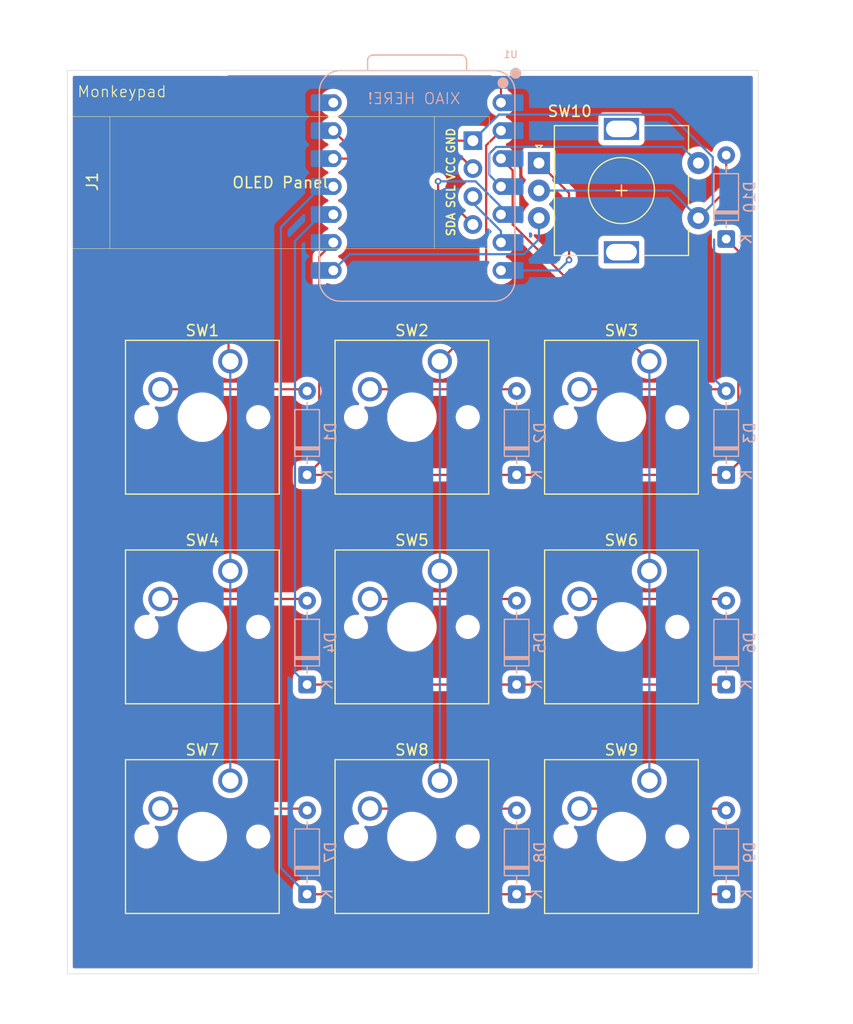
<source format=kicad_pcb>
(kicad_pcb (version 20241229) (generator "pcbnew") (generator_version "9.0")
  (layers (0 "F.Cu" signal) (2 "B.Cu" signal) (13 "F.Paste" user) (15 "B.Paste" user) (5 "F.SilkS" user "F.Silkscreen") (7 "B.SilkS" user "B.Silkscreen") (1 "F.Mask" user) (3 "B.Mask" user) (25 "Edge.Cuts" user))
  (net 0 "")
  (net 1 "Row 0")
  (net 2 "Net-(D1-A)")
  (net 3 "Net-(D2-A)")
  (net 4 "Net-(D3-A)")
  (net 5 "Net-(D4-A)")
  (net 6 "Row 1")
  (net 7 "Net-(D5-A)")
  (net 8 "Net-(D6-A)")
  (net 9 "Net-(D7-A)")
  (net 10 "Row 2")
  (net 11 "Net-(D8-A)")
  (net 12 "Net-(D9-A)")
  (net 13 "EC11SWB")
  (net 14 "GND")
  (net 15 "SDA")
  (net 16 "SCL")
  (net 17 "VCC")
  (net 18 "Col 0")
  (net 19 "Col 1")
  (net 20 "Col 2")
  (net 21 "EC11A")
  (net 22 "EC11B")
  (net 24 "Col 3")
  (footprint "Button_Switch_Keyboard:SW_Cherry_MX_1.00u_PCB" (layer "F.Cu") (at 130.4925 97.31375)
    (property "Reference" "SW8" (at -2.54 -2.794 0) (layer "F.SilkS"))
    (property "Value" "SW_Push")
    (fp_line (start -9.525 -1.905) (end 4.445 -1.905) (stroke (width 0.12)) (layer "F.SilkS"))
    (fp_line (start -9.525 12.065) (end -9.525 -1.905) (stroke (width 0.12)) (layer "F.SilkS"))
    (fp_line (start 4.445 -1.905) (end 4.445 12.065) (stroke (width 0.12)) (layer "F.SilkS"))
    (fp_line (start 4.445 12.065) (end -9.525 12.065) (stroke (width 0.12)) (layer "F.SilkS"))
    (pad "" np_thru_hole circle (at -7.62 5.08) (size 1.7 1.7) (drill 1.7) (layers "*.Cu" "*.Mask"))
    (pad "" np_thru_hole circle (at -2.54 5.08) (size 4 4) (drill 4) (layers "*.Cu" "*.Mask"))
    (pad "" np_thru_hole circle (at 2.54 5.08) (size 1.7 1.7) (drill 1.7) (layers "*.Cu" "*.Mask"))
    (pad "1" thru_hole circle (at 0 0) (size 2.2 2.2) (drill 1.5) (layers "*.Cu" "*.Mask") (net 19 "Col 1"))
    (pad "2" thru_hole circle (at -6.35 2.54) (size 2.2 2.2) (drill 1.5) (layers "*.Cu" "*.Mask") (net 11 "Net-(D8-A)"))
  )
  (footprint "Button_Switch_Keyboard:SW_Cherry_MX_1.00u_PCB" (layer "F.Cu") (at 149.5425 97.31375)
    (property "Reference" "SW9" (at -2.54 -2.794 0) (layer "F.SilkS"))
    (property "Value" "SW_Push")
    (fp_line (start -9.525 -1.905) (end 4.445 -1.905) (stroke (width 0.12)) (layer "F.SilkS"))
    (fp_line (start -9.525 12.065) (end -9.525 -1.905) (stroke (width 0.12)) (layer "F.SilkS"))
    (fp_line (start 4.445 -1.905) (end 4.445 12.065) (stroke (width 0.12)) (layer "F.SilkS"))
    (fp_line (start 4.445 12.065) (end -9.525 12.065) (stroke (width 0.12)) (layer "F.SilkS"))
    (pad "" np_thru_hole circle (at -7.62 5.08) (size 1.7 1.7) (drill 1.7) (layers "*.Cu" "*.Mask"))
    (pad "" np_thru_hole circle (at -2.54 5.08) (size 4 4) (drill 4) (layers "*.Cu" "*.Mask"))
    (pad "" np_thru_hole circle (at 2.54 5.08) (size 1.7 1.7) (drill 1.7) (layers "*.Cu" "*.Mask"))
    (pad "1" thru_hole circle (at 0 0) (size 2.2 2.2) (drill 1.5) (layers "*.Cu" "*.Mask") (net 20 "Col 2"))
    (pad "2" thru_hole circle (at -6.35 2.54) (size 2.2 2.2) (drill 1.5) (layers "*.Cu" "*.Mask") (net 12 "Net-(D9-A)"))
  )
  (footprint "Button_Switch_Keyboard:SW_Cherry_MX_1.00u_PCB" (layer "F.Cu") (at 111.4425 59.21375)
    (property "Reference" "SW1" (at -2.54 -2.794 0) (layer "F.SilkS"))
    (property "Value" "SW_Push")
    (fp_line (start -9.525 -1.905) (end 4.445 -1.905) (stroke (width 0.12)) (layer "F.SilkS"))
    (fp_line (start -9.525 12.065) (end -9.525 -1.905) (stroke (width 0.12)) (layer "F.SilkS"))
    (fp_line (start 4.445 -1.905) (end 4.445 12.065) (stroke (width 0.12)) (layer "F.SilkS"))
    (fp_line (start 4.445 12.065) (end -9.525 12.065) (stroke (width 0.12)) (layer "F.SilkS"))
    (pad "" np_thru_hole circle (at -7.62 5.08) (size 1.7 1.7) (drill 1.7) (layers "*.Cu" "*.Mask"))
    (pad "" np_thru_hole circle (at -2.54 5.08) (size 4 4) (drill 4) (layers "*.Cu" "*.Mask"))
    (pad "" np_thru_hole circle (at 2.54 5.08) (size 1.7 1.7) (drill 1.7) (layers "*.Cu" "*.Mask"))
    (pad "1" thru_hole circle (at 0 0) (size 2.2 2.2) (drill 1.5) (layers "*.Cu" "*.Mask") (net 18 "Col 0"))
    (pad "2" thru_hole circle (at -6.35 2.54) (size 2.2 2.2) (drill 1.5) (layers "*.Cu" "*.Mask") (net 2 "Net-(D1-A)"))
  )
  (footprint "Button_Switch_Keyboard:SW_Cherry_MX_1.00u_PCB" (layer "F.Cu") (at 130.4925 59.21375)
    (property "Reference" "SW2" (at -2.54 -2.794 0) (layer "F.SilkS"))
    (property "Value" "SW_Push")
    (fp_line (start -9.525 -1.905) (end 4.445 -1.905) (stroke (width 0.12)) (layer "F.SilkS"))
    (fp_line (start -9.525 12.065) (end -9.525 -1.905) (stroke (width 0.12)) (layer "F.SilkS"))
    (fp_line (start 4.445 -1.905) (end 4.445 12.065) (stroke (width 0.12)) (layer "F.SilkS"))
    (fp_line (start 4.445 12.065) (end -9.525 12.065) (stroke (width 0.12)) (layer "F.SilkS"))
    (pad "" np_thru_hole circle (at -7.62 5.08) (size 1.7 1.7) (drill 1.7) (layers "*.Cu" "*.Mask"))
    (pad "" np_thru_hole circle (at -2.54 5.08) (size 4 4) (drill 4) (layers "*.Cu" "*.Mask"))
    (pad "" np_thru_hole circle (at 2.54 5.08) (size 1.7 1.7) (drill 1.7) (layers "*.Cu" "*.Mask"))
    (pad "1" thru_hole circle (at 0 0) (size 2.2 2.2) (drill 1.5) (layers "*.Cu" "*.Mask") (net 19 "Col 1"))
    (pad "2" thru_hole circle (at -6.35 2.54) (size 2.2 2.2) (drill 1.5) (layers "*.Cu" "*.Mask") (net 3 "Net-(D2-A)"))
  )
  (footprint "Button_Switch_Keyboard:SW_Cherry_MX_1.00u_PCB" (layer "F.Cu") (at 111.4425 97.31375)
    (property "Reference" "SW7" (at -2.54 -2.794 0) (layer "F.SilkS"))
    (property "Value" "SW_Push")
    (fp_line (start -9.525 -1.905) (end 4.445 -1.905) (stroke (width 0.12)) (layer "F.SilkS"))
    (fp_line (start -9.525 12.065) (end -9.525 -1.905) (stroke (width 0.12)) (layer "F.SilkS"))
    (fp_line (start 4.445 -1.905) (end 4.445 12.065) (stroke (width 0.12)) (layer "F.SilkS"))
    (fp_line (start 4.445 12.065) (end -9.525 12.065) (stroke (width 0.12)) (layer "F.SilkS"))
    (pad "" np_thru_hole circle (at -7.62 5.08) (size 1.7 1.7) (drill 1.7) (layers "*.Cu" "*.Mask"))
    (pad "" np_thru_hole circle (at -2.54 5.08) (size 4 4) (drill 4) (layers "*.Cu" "*.Mask"))
    (pad "" np_thru_hole circle (at 2.54 5.08) (size 1.7 1.7) (drill 1.7) (layers "*.Cu" "*.Mask"))
    (pad "1" thru_hole circle (at 0 0) (size 2.2 2.2) (drill 1.5) (layers "*.Cu" "*.Mask") (net 18 "Col 0"))
    (pad "2" thru_hole circle (at -6.35 2.54) (size 2.2 2.2) (drill 1.5) (layers "*.Cu" "*.Mask") (net 9 "Net-(D7-A)"))
  )
  (footprint "Button_Switch_Keyboard:SW_Cherry_MX_1.00u_PCB" (layer "F.Cu") (at 149.5425 59.21375)
    (property "Reference" "SW3" (at -2.54 -2.794 0) (layer "F.SilkS"))
    (property "Value" "SW_Push")
    (fp_line (start -9.525 -1.905) (end 4.445 -1.905) (stroke (width 0.12)) (layer "F.SilkS"))
    (fp_line (start -9.525 12.065) (end -9.525 -1.905) (stroke (width 0.12)) (layer "F.SilkS"))
    (fp_line (start 4.445 -1.905) (end 4.445 12.065) (stroke (width 0.12)) (layer "F.SilkS"))
    (fp_line (start 4.445 12.065) (end -9.525 12.065) (stroke (width 0.12)) (layer "F.SilkS"))
    (pad "" np_thru_hole circle (at -7.62 5.08) (size 1.7 1.7) (drill 1.7) (layers "*.Cu" "*.Mask"))
    (pad "" np_thru_hole circle (at -2.54 5.08) (size 4 4) (drill 4) (layers "*.Cu" "*.Mask"))
    (pad "" np_thru_hole circle (at 2.54 5.08) (size 1.7 1.7) (drill 1.7) (layers "*.Cu" "*.Mask"))
    (pad "1" thru_hole circle (at 0 0) (size 2.2 2.2) (drill 1.5) (layers "*.Cu" "*.Mask") (net 20 "Col 2"))
    (pad "2" thru_hole circle (at -6.35 2.54) (size 2.2 2.2) (drill 1.5) (layers "*.Cu" "*.Mask") (net 4 "Net-(D3-A)"))
  )
  (footprint "Gorbachev:SSD1306-0.91-OLED-4pin-128x32" (layer "F.Cu") (at 96.99625 36.9775)
    (property "Reference" "J1" (at 1.9 5.91 90) (layer "F.SilkS"))
    (property "Value" "Conn_01x04")
    (fp_line (start 0 0) (end 0 12) (stroke (width 0.04)) (layer "F.SilkS"))
    (fp_line (start 0 12) (end 38 12) (stroke (width 0.04)) (layer "F.SilkS"))
    (fp_line (start 3.5 0) (end 3.5 12) (stroke (width 0.04)) (layer "F.SilkS"))
    (fp_line (start 33 0) (end 33 12) (stroke (width 0.04)) (layer "F.SilkS"))
    (fp_line (start 38 0) (end 0 0) (stroke (width 0.04)) (layer "F.SilkS"))
    (fp_line (start 38 12) (end 38 0) (stroke (width 0.04)) (layer "F.SilkS"))
    (fp_text user "VCC" (at 34.5 4.73 270) (layer "F.SilkS") (effects (font (size 0.75 0.75))))
    (fp_text user "OLED Panel" (at 19 6 0) (layer "F.SilkS"))
    (fp_text user "SDA" (at 34.5 9.81 270) (layer "F.SilkS") (effects (font (size 0.75 0.75))))
    (fp_text user "GND" (at 34.5 2.19 270) (layer "F.SilkS") (effects (font (size 0.75 0.75))))
    (fp_text user "SCL" (at 34.5 7.27 270) (layer "F.SilkS") (effects (font (size 0.75 0.75))))
    (pad "1" thru_hole rect (at 36.5 2.19) (size 1.7 1.7) (drill 1) (layers "*.Cu" "*.Mask") (net 14 "GND"))
    (pad "2" thru_hole oval (at 36.5 4.73) (size 1.7 1.7) (drill 1) (layers "*.Cu" "*.Mask") (net 17 "VCC"))
    (pad "3" thru_hole oval (at 36.5 7.27) (size 1.7 1.7) (drill 1) (layers "*.Cu" "*.Mask") (net 16 "SCL"))
    (pad "4" thru_hole oval (at 36.5 9.81) (size 1.7 1.7) (drill 1) (layers "*.Cu" "*.Mask") (net 15 "SDA"))
  )
  (footprint "Button_Switch_Keyboard:SW_Cherry_MX_1.00u_PCB" (layer "F.Cu") (at 130.4925 78.26375)
    (property "Reference" "SW5" (at -2.54 -2.794 0) (layer "F.SilkS"))
    (property "Value" "SW_Push")
    (fp_line (start -9.525 -1.905) (end 4.445 -1.905) (stroke (width 0.12)) (layer "F.SilkS"))
    (fp_line (start -9.525 12.065) (end -9.525 -1.905) (stroke (width 0.12)) (layer "F.SilkS"))
    (fp_line (start 4.445 -1.905) (end 4.445 12.065) (stroke (width 0.12)) (layer "F.SilkS"))
    (fp_line (start 4.445 12.065) (end -9.525 12.065) (stroke (width 0.12)) (layer "F.SilkS"))
    (pad "" np_thru_hole circle (at -7.62 5.08) (size 1.7 1.7) (drill 1.7) (layers "*.Cu" "*.Mask"))
    (pad "" np_thru_hole circle (at -2.54 5.08) (size 4 4) (drill 4) (layers "*.Cu" "*.Mask"))
    (pad "" np_thru_hole circle (at 2.54 5.08) (size 1.7 1.7) (drill 1.7) (layers "*.Cu" "*.Mask"))
    (pad "1" thru_hole circle (at 0 0) (size 2.2 2.2) (drill 1.5) (layers "*.Cu" "*.Mask") (net 19 "Col 1"))
    (pad "2" thru_hole circle (at -6.35 2.54) (size 2.2 2.2) (drill 1.5) (layers "*.Cu" "*.Mask") (net 7 "Net-(D5-A)"))
  )
  (footprint "Button_Switch_Keyboard:SW_Cherry_MX_1.00u_PCB" (layer "F.Cu") (at 111.4425 78.26375)
    (property "Reference" "SW4" (at -2.54 -2.794 0) (layer "F.SilkS"))
    (property "Value" "SW_Push")
    (fp_line (start -9.525 -1.905) (end 4.445 -1.905) (stroke (width 0.12)) (layer "F.SilkS"))
    (fp_line (start -9.525 12.065) (end -9.525 -1.905) (stroke (width 0.12)) (layer "F.SilkS"))
    (fp_line (start 4.445 -1.905) (end 4.445 12.065) (stroke (width 0.12)) (layer "F.SilkS"))
    (fp_line (start 4.445 12.065) (end -9.525 12.065) (stroke (width 0.12)) (layer "F.SilkS"))
    (pad "" np_thru_hole circle (at -7.62 5.08) (size 1.7 1.7) (drill 1.7) (layers "*.Cu" "*.Mask"))
    (pad "" np_thru_hole circle (at -2.54 5.08) (size 4 4) (drill 4) (layers "*.Cu" "*.Mask"))
    (pad "" np_thru_hole circle (at 2.54 5.08) (size 1.7 1.7) (drill 1.7) (layers "*.Cu" "*.Mask"))
    (pad "1" thru_hole circle (at 0 0) (size 2.2 2.2) (drill 1.5) (layers "*.Cu" "*.Mask") (net 18 "Col 0"))
    (pad "2" thru_hole circle (at -6.35 2.54) (size 2.2 2.2) (drill 1.5) (layers "*.Cu" "*.Mask") (net 5 "Net-(D4-A)"))
  )
  (footprint "Button_Switch_Keyboard:SW_Cherry_MX_1.00u_PCB" (layer "F.Cu") (at 149.5425 78.26375)
    (property "Reference" "SW6" (at -2.54 -2.794 0) (layer "F.SilkS"))
    (property "Value" "SW_Push")
    (fp_line (start -9.525 -1.905) (end 4.445 -1.905) (stroke (width 0.12)) (layer "F.SilkS"))
    (fp_line (start -9.525 12.065) (end -9.525 -1.905) (stroke (width 0.12)) (layer "F.SilkS"))
    (fp_line (start 4.445 -1.905) (end 4.445 12.065) (stroke (width 0.12)) (layer "F.SilkS"))
    (fp_line (start 4.445 12.065) (end -9.525 12.065) (stroke (width 0.12)) (layer "F.SilkS"))
    (pad "" np_thru_hole circle (at -7.62 5.08) (size 1.7 1.7) (drill 1.7) (layers "*.Cu" "*.Mask"))
    (pad "" np_thru_hole circle (at -2.54 5.08) (size 4 4) (drill 4) (layers "*.Cu" "*.Mask"))
    (pad "" np_thru_hole circle (at 2.54 5.08) (size 1.7 1.7) (drill 1.7) (layers "*.Cu" "*.Mask"))
    (pad "1" thru_hole circle (at 0 0) (size 2.2 2.2) (drill 1.5) (layers "*.Cu" "*.Mask") (net 20 "Col 2"))
    (pad "2" thru_hole circle (at -6.35 2.54) (size 2.2 2.2) (drill 1.5) (layers "*.Cu" "*.Mask") (net 8 "Net-(D6-A)"))
  )
  (footprint "Rotary_Encoder:RotaryEncoder_Alps_EC11E-Switch_Vertical_H20mm" (layer "F.Cu") (at 139.5025 41.2)
    (property "Reference" "SW10" (at 2.8 -4.7 0) (layer "F.SilkS"))
    (property "Value" "RotaryEncoder_Switch")
    (fp_line (start -0.3 -1.6) (end 0.3 -1.6) (stroke (width 0.12)) (layer "F.SilkS"))
    (fp_line (start 0 -1.3) (end -0.3 -1.6) (stroke (width 0.12)) (layer "F.SilkS"))
    (fp_line (start 0.3 -1.6) (end 0 -1.3) (stroke (width 0.12)) (layer "F.SilkS"))
    (fp_line (start 1.4 -3.4) (end 1.4 8.4) (stroke (width 0.12)) (layer "F.SilkS"))
    (fp_line (start 5.5 -3.4) (end 1.4 -3.4) (stroke (width 0.12)) (layer "F.SilkS"))
    (fp_line (start 5.5 8.4) (end 1.4 8.4) (stroke (width 0.12)) (layer "F.SilkS"))
    (fp_line (start 7 2.5) (end 8 2.5) (stroke (width 0.12)) (layer "F.SilkS"))
    (fp_line (start 7.5 2) (end 7.5 3) (stroke (width 0.12)) (layer "F.SilkS"))
    (fp_line (start 9.5 -3.4) (end 13.6 -3.4) (stroke (width 0.12)) (layer "F.SilkS"))
    (fp_line (start 13.6 -3.4) (end 13.6 -1) (stroke (width 0.12)) (layer "F.SilkS"))
    (fp_line (start 13.6 1.2) (end 13.6 3.8) (stroke (width 0.12)) (layer "F.SilkS"))
    (fp_line (start 13.6 6) (end 13.6 8.4) (stroke (width 0.12)) (layer "F.SilkS"))
    (fp_line (start 13.6 8.4) (end 9.5 8.4) (stroke (width 0.12)) (layer "F.SilkS"))
    (fp_circle (center 7.5 2.5) (end 10.5 2.5) (stroke (width 0.12)) (fill no) (layer "F.SilkS"))
    (pad "A" thru_hole rect (at 0 0) (size 2 2) (drill 1) (layers "*.Cu" "*.Mask") (net 21 "EC11A"))
    (pad "B" thru_hole circle (at 0 5) (size 2 2) (drill 1) (layers "*.Cu" "*.Mask") (net 22 "EC11B"))
    (pad "C" thru_hole circle (at 0 2.5) (size 2 2) (drill 1) (layers "*.Cu" "*.Mask") (net 14 "GND"))
    (pad "MP" thru_hole rect (at 7.5 -3.1) (size 3.2 2) (drill oval 2.8 1.5) (layers "*.Cu" "*.Mask"))
    (pad "MP" thru_hole rect (at 7.5 8.1) (size 3.2 2) (drill oval 2.8 1.5) (layers "*.Cu" "*.Mask"))
    (pad "S1" thru_hole circle (at 14.5 5) (size 2 2) (drill 1) (layers "*.Cu" "*.Mask") (net 13 "EC11SWB"))
    (pad "S2" thru_hole circle (at 14.5 0) (size 2 2) (drill 1) (layers "*.Cu" "*.Mask") (net 24 "Col 3"))
  )
  (footprint "Diode_THT:D_DO-35_SOD27_P7.62mm_Horizontal" (layer "B.Cu") (at 137.4775 107.6325 90)
    (property "Reference" "D8" (at 3.81 2.12 90) (layer "B.SilkS") (effects (justify mirror)))
    (property "Value" "1N4148")
    (fp_line (start 6.58 0) (end 5.93 0) (stroke (width 0.12)) (layer "B.SilkS"))
    (fp_line (start 1.04 0) (end 1.69 0) (stroke (width 0.12)) (layer "B.SilkS"))
    (fp_line (start 2.53 1.12) (end 2.53 -1.12) (stroke (width 0.12)) (layer "B.SilkS"))
    (fp_line (start 2.41 1.12) (end 2.41 -1.12) (stroke (width 0.12)) (layer "B.SilkS"))
    (fp_line (start 2.29 1.12) (end 2.29 -1.12) (stroke (width 0.12)) (layer "B.SilkS"))
    (fp_rect (start 1.69 1.12) (end 5.93 -1.12) (stroke (width 0.12)) (fill no) (layer "B.SilkS"))
    (fp_text user "K" (at 0 1.8 90) (layer "B.SilkS") (effects (justify mirror)))
    (pad "1" thru_hole roundrect (at 0 0 90) (size 1.6 1.6) (drill 0.8) (layers "*.Cu" "*.Mask") (roundrect_rratio 0.15625) (net 10 "Row 2"))
    (pad "2" thru_hole circle (at 7.62 0 90) (size 1.6 1.6) (drill 0.8) (layers "*.Cu" "*.Mask") (net 11 "Net-(D8-A)"))
  )
  (footprint "Diode_THT:D_DO-35_SOD27_P7.62mm_Horizontal" (layer "B.Cu") (at 118.4275 88.5825 90)
    (property "Reference" "D4" (at 3.81 2.12 90) (layer "B.SilkS") (effects (justify mirror)))
    (property "Value" "1N4148")
    (fp_line (start 6.58 0) (end 5.93 0) (stroke (width 0.12)) (layer "B.SilkS"))
    (fp_line (start 1.04 0) (end 1.69 0) (stroke (width 0.12)) (layer "B.SilkS"))
    (fp_line (start 2.53 1.12) (end 2.53 -1.12) (stroke (width 0.12)) (layer "B.SilkS"))
    (fp_line (start 2.41 1.12) (end 2.41 -1.12) (stroke (width 0.12)) (layer "B.SilkS"))
    (fp_line (start 2.29 1.12) (end 2.29 -1.12) (stroke (width 0.12)) (layer "B.SilkS"))
    (fp_rect (start 1.69 1.12) (end 5.93 -1.12) (stroke (width 0.12)) (fill no) (layer "B.SilkS"))
    (fp_text user "K" (at 0 1.8 90) (layer "B.SilkS") (effects (justify mirror)))
    (pad "1" thru_hole roundrect (at 0 0 90) (size 1.6 1.6) (drill 0.8) (layers "*.Cu" "*.Mask") (roundrect_rratio 0.15625) (net 6 "Row 1"))
    (pad "2" thru_hole circle (at 7.62 0 90) (size 1.6 1.6) (drill 0.8) (layers "*.Cu" "*.Mask") (net 5 "Net-(D4-A)"))
  )
  (footprint "Diode_THT:D_DO-35_SOD27_P7.62mm_Horizontal" (layer "B.Cu") (at 137.4775 69.5325 90)
    (property "Reference" "D2" (at 3.81 2.12 90) (layer "B.SilkS") (effects (justify mirror)))
    (property "Value" "1N4148")
    (fp_line (start 6.58 0) (end 5.93 0) (stroke (width 0.12)) (layer "B.SilkS"))
    (fp_line (start 1.04 0) (end 1.69 0) (stroke (width 0.12)) (layer "B.SilkS"))
    (fp_line (start 2.53 1.12) (end 2.53 -1.12) (stroke (width 0.12)) (layer "B.SilkS"))
    (fp_line (start 2.41 1.12) (end 2.41 -1.12) (stroke (width 0.12)) (layer "B.SilkS"))
    (fp_line (start 2.29 1.12) (end 2.29 -1.12) (stroke (width 0.12)) (layer "B.SilkS"))
    (fp_rect (start 1.69 1.12) (end 5.93 -1.12) (stroke (width 0.12)) (fill no) (layer "B.SilkS"))
    (fp_text user "K" (at 0 1.8 90) (layer "B.SilkS") (effects (justify mirror)))
    (pad "1" thru_hole roundrect (at 0 0 90) (size 1.6 1.6) (drill 0.8) (layers "*.Cu" "*.Mask") (roundrect_rratio 0.15625) (net 1 "Row 0"))
    (pad "2" thru_hole circle (at 7.62 0 90) (size 1.6 1.6) (drill 0.8) (layers "*.Cu" "*.Mask") (net 3 "Net-(D2-A)"))
  )
  (footprint "Diode_THT:D_DO-35_SOD27_P7.62mm_Horizontal" (layer "B.Cu") (at 156.5275 48.10125 90)
    (property "Reference" "D10" (at 3.81 2.12 90) (layer "B.SilkS") (effects (justify mirror)))
    (property "Value" "1N4148")
    (fp_line (start 6.58 0) (end 5.93 0) (stroke (width 0.12)) (layer "B.SilkS"))
    (fp_line (start 1.04 0) (end 1.69 0) (stroke (width 0.12)) (layer "B.SilkS"))
    (fp_line (start 2.53 1.12) (end 2.53 -1.12) (stroke (width 0.12)) (layer "B.SilkS"))
    (fp_line (start 2.41 1.12) (end 2.41 -1.12) (stroke (width 0.12)) (layer "B.SilkS"))
    (fp_line (start 2.29 1.12) (end 2.29 -1.12) (stroke (width 0.12)) (layer "B.SilkS"))
    (fp_rect (start 1.69 1.12) (end 5.93 -1.12) (stroke (width 0.12)) (fill no) (layer "B.SilkS"))
    (fp_text user "K" (at 0 1.8 90) (layer "B.SilkS") (effects (justify mirror)))
    (pad "1" thru_hole roundrect (at 0 0 90) (size 1.6 1.6) (drill 0.8) (layers "*.Cu" "*.Mask") (roundrect_rratio 0.15625) (net 1 "Row 0"))
    (pad "2" thru_hole circle (at 7.62 0 90) (size 1.6 1.6) (drill 0.8) (layers "*.Cu" "*.Mask") (net 13 "EC11SWB"))
  )
  (footprint "Diode_THT:D_DO-35_SOD27_P7.62mm_Horizontal" (layer "B.Cu") (at 137.4775 88.5825 90)
    (property "Reference" "D5" (at 3.81 2.12 90) (layer "B.SilkS") (effects (justify mirror)))
    (property "Value" "1N4148")
    (fp_line (start 6.58 0) (end 5.93 0) (stroke (width 0.12)) (layer "B.SilkS"))
    (fp_line (start 1.04 0) (end 1.69 0) (stroke (width 0.12)) (layer "B.SilkS"))
    (fp_line (start 2.53 1.12) (end 2.53 -1.12) (stroke (width 0.12)) (layer "B.SilkS"))
    (fp_line (start 2.41 1.12) (end 2.41 -1.12) (stroke (width 0.12)) (layer "B.SilkS"))
    (fp_line (start 2.29 1.12) (end 2.29 -1.12) (stroke (width 0.12)) (layer "B.SilkS"))
    (fp_rect (start 1.69 1.12) (end 5.93 -1.12) (stroke (width 0.12)) (fill no) (layer "B.SilkS"))
    (fp_text user "K" (at 0 1.8 90) (layer "B.SilkS") (effects (justify mirror)))
    (pad "1" thru_hole roundrect (at 0 0 90) (size 1.6 1.6) (drill 0.8) (layers "*.Cu" "*.Mask") (roundrect_rratio 0.15625) (net 6 "Row 1"))
    (pad "2" thru_hole circle (at 7.62 0 90) (size 1.6 1.6) (drill 0.8) (layers "*.Cu" "*.Mask") (net 7 "Net-(D5-A)"))
  )
  (footprint "Diode_THT:D_DO-35_SOD27_P7.62mm_Horizontal" (layer "B.Cu") (at 118.4275 69.5325 90)
    (property "Reference" "D1" (at 3.81 2.12 90) (layer "B.SilkS") (effects (justify mirror)))
    (property "Value" "1N4148")
    (fp_line (start 6.58 0) (end 5.93 0) (stroke (width 0.12)) (layer "B.SilkS"))
    (fp_line (start 1.04 0) (end 1.69 0) (stroke (width 0.12)) (layer "B.SilkS"))
    (fp_line (start 2.53 1.12) (end 2.53 -1.12) (stroke (width 0.12)) (layer "B.SilkS"))
    (fp_line (start 2.41 1.12) (end 2.41 -1.12) (stroke (width 0.12)) (layer "B.SilkS"))
    (fp_line (start 2.29 1.12) (end 2.29 -1.12) (stroke (width 0.12)) (layer "B.SilkS"))
    (fp_rect (start 1.69 1.12) (end 5.93 -1.12) (stroke (width 0.12)) (fill no) (layer "B.SilkS"))
    (fp_text user "K" (at 0 1.8 90) (layer "B.SilkS") (effects (justify mirror)))
    (pad "1" thru_hole roundrect (at 0 0 90) (size 1.6 1.6) (drill 0.8) (layers "*.Cu" "*.Mask") (roundrect_rratio 0.15625) (net 1 "Row 0"))
    (pad "2" thru_hole circle (at 7.62 0 90) (size 1.6 1.6) (drill 0.8) (layers "*.Cu" "*.Mask") (net 2 "Net-(D1-A)"))
  )
  (footprint "OPL:XIAO-RP2040-DIP" (layer "B.Cu") (at 128.42875 43.33875 180)
    (property "Reference" "U1" (at -8.5 12 0) (layer "B.SilkS") (effects (font (size 0.635 0.635) (thickness 0.1016)) (justify mirror)))
    (property "Value" "XIAO-RP2040-DIP")
    (fp_line (start 8.89 -8.509) (end 8.89 8.636) (stroke (width 0.127)) (layer "B.SilkS"))
    (fp_line (start 6.985 10.541) (end -6.985 10.541) (stroke (width 0.1)) (layer "B.SilkS"))
    (fp_line (start 6.985 10.541) (end -6.985 10.541) (stroke (width 0.127)) (layer "B.SilkS"))
    (fp_line (start 4.504 11.451) (end 4.504 10.541) (stroke (width 0.127)) (layer "B.SilkS"))
    (fp_line (start -3.991272 11.951) (end 4.004 11.951) (stroke (width 0.127)) (layer "B.SilkS"))
    (fp_line (start -4.495 10.541) (end -4.491272 11.451272) (stroke (width 0.127)) (layer "B.SilkS"))
    (fp_line (start -6.985 -10.414) (end 6.985 -10.414) (stroke (width 0.127)) (layer "B.SilkS"))
    (fp_line (start -8.89 -8.509) (end -8.89 8.636) (stroke (width 0.127)) (layer "B.SilkS"))
    (fp_arc (start 8.89 8.636) (mid 8.332038 9.983038) (end 6.985 10.541) (stroke (width 0.127)) (layer "B.SilkS"))
    (fp_arc (start 6.985 -10.414) (mid 8.332038 -9.856038) (end 8.89 -8.509) (stroke (width 0.127)) (layer "B.SilkS"))
    (fp_arc (start 4.504 11.451) (mid 4.357553 11.804553) (end 4.004 11.951) (stroke (width 0.127)) (layer "B.SilkS"))
    (fp_arc (start -3.991272 11.951) (mid -4.344724 11.804644) (end -4.491272 11.451272) (stroke (width 0.127)) (layer "B.SilkS"))
    (fp_arc (start -6.985 10.541) (mid -8.332038 9.983038) (end -8.89 8.636) (stroke (width 0.127)) (layer "B.SilkS"))
    (fp_arc (start -8.89 -8.509) (mid -8.332038 -9.856038) (end -6.985 -10.414) (stroke (width 0.127)) (layer "B.SilkS"))
    (fp_circle (center -7.807 9.42) (end -7.807 9.674) (stroke (width 0.5)) (fill yes) (layer "B.SilkS"))
    (fp_circle (center -8.95 10.3) (end -8.95 10.554) (stroke (width 0.5)) (fill yes) (layer "B.SilkS"))
    (pad "1" smd roundrect (at -8.455 7.62) (size 2.432 1.524) (layers "B.Cu" "B.Mask") (roundrect_rratio 0.1) (net 18 "Col 0"))
    (pad "1" thru_hole circle (at -7.62 7.62) (size 1.524 1.524) (drill 0.889) (layers "*.Cu" "*.Mask") (net 18 "Col 0"))
    (pad "2" smd roundrect (at -8.455 5.08) (size 2.432 1.524) (layers "B.Cu" "B.Mask") (roundrect_rratio 0.1) (net 19 "Col 1"))
    (pad "2" thru_hole circle (at -7.62 5.08) (size 1.524 1.524) (drill 0.889) (layers "*.Cu" "*.Mask") (net 19 "Col 1"))
    (pad "3" smd roundrect (at -8.455 2.54) (size 2.432 1.524) (layers "B.Cu" "B.Mask") (roundrect_rratio 0.1) (net 20 "Col 2"))
    (pad "3" thru_hole circle (at -7.62 2.54) (size 1.524 1.524) (drill 0.889) (layers "*.Cu" "*.Mask") (net 20 "Col 2"))
    (pad "4" smd roundrect (at -8.455 0) (size 2.432 1.524) (layers "B.Cu" "B.Mask") (roundrect_rratio 0.1) (net 24 "Col 3"))
    (pad "4" thru_hole circle (at -7.62 0) (size 1.524 1.524) (drill 0.889) (layers "*.Cu" "*.Mask") (net 24 "Col 3"))
    (pad "5" smd roundrect (at -8.455 -2.54) (size 2.432 1.524) (layers "B.Cu" "B.Mask") (roundrect_rratio 0.1) (net 15 "SDA"))
    (pad "5" thru_hole circle (at -7.62 -2.54) (size 1.524 1.524) (drill 0.889) (layers "*.Cu" "*.Mask") (net 15 "SDA"))
    (pad "6" smd roundrect (at -8.455 -5.08) (size 2.432 1.524) (layers "B.Cu" "B.Mask") (roundrect_rratio 0.1) (net 16 "SCL"))
    (pad "6" thru_hole circle (at -7.62 -5.08) (size 1.524 1.524) (drill 0.889) (layers "*.Cu" "*.Mask") (net 16 "SCL"))
    (pad "7" smd roundrect (at -8.455 -7.62) (size 2.432 1.524) (layers "B.Cu" "B.Mask") (roundrect_rratio 0.1) (net 21 "EC11A"))
    (pad "7" thru_hole circle (at -7.62 -7.62) (size 1.524 1.524) (drill 0.889) (layers "*.Cu" "*.Mask") (net 21 "EC11A"))
    (pad "8" thru_hole circle (at 7.62 -7.62 180) (size 1.524 1.524) (drill 0.889) (layers "*.Cu" "*.Mask") (net 22 "EC11B"))
    (pad "8" smd roundrect (at 8.455 -7.62 180) (size 2.432 1.524) (layers "B.Cu" "B.Mask") (roundrect_rratio 0.1) (net 22 "EC11B"))
    (pad "9" thru_hole circle (at 7.62 -5.08 180) (size 1.524 1.524) (drill 0.889) (layers "*.Cu" "*.Mask") (net 1 "Row 0"))
    (pad "9" smd roundrect (at 8.455 -5.08 180) (size 2.432 1.524) (layers "B.Cu" "B.Mask") (roundrect_rratio 0.1) (net 1 "Row 0"))
    (pad "10" thru_hole circle (at 7.62 -2.54 180) (size 1.524 1.524) (drill 0.889) (layers "*.Cu" "*.Mask") (net 6 "Row 1"))
    (pad "10" smd roundrect (at 8.455 -2.54 180) (size 2.432 1.524) (layers "B.Cu" "B.Mask") (roundrect_rratio 0.1) (net 6 "Row 1"))
    (pad "11" thru_hole circle (at 7.62 0 180) (size 1.524 1.524) (drill 0.889) (layers "*.Cu" "*.Mask") (net 10 "Row 2"))
    (pad "11" smd roundrect (at 8.455 0 180) (size 2.432 1.524) (layers "B.Cu" "B.Mask") (roundrect_rratio 0.1) (net 10 "Row 2"))
    (pad "12" thru_hole circle (at 7.62 2.54 180) (size 1.524 1.524) (drill 0.889) (layers "*.Cu" "*.Mask") (net 17 "VCC"))
    (pad "12" smd roundrect (at 8.455 2.54 180) (size 2.432 1.524) (layers "B.Cu" "B.Mask") (roundrect_rratio 0.1) (net 17 "VCC"))
    (pad "13" thru_hole circle (at 7.62 5.08 180) (size 1.524 1.524) (drill 0.889) (layers "*.Cu" "*.Mask") (net 14 "GND"))
    (pad "13" smd roundrect (at 8.455 5.08 180) (size 2.432 1.524) (layers "B.Cu" "B.Mask") (roundrect_rratio 0.1) (net 14 "GND"))
    (pad "14" thru_hole circle (at 7.62 7.62 180) (size 1.524 1.524) (drill 0.889) (layers "*.Cu" "*.Mask"))
    (pad "14" smd roundrect (at 8.455 7.62 180) (size 2.432 1.524) (layers "B.Cu" "B.Mask") (roundrect_rratio 0.1))
  )
  (footprint "Diode_THT:D_DO-35_SOD27_P7.62mm_Horizontal" (layer "B.Cu") (at 156.5275 107.6325 90)
    (property "Reference" "D9" (at 3.81 2.12 90) (layer "B.SilkS") (effects (justify mirror)))
    (property "Value" "1N4148")
    (fp_line (start 6.58 0) (end 5.93 0) (stroke (width 0.12)) (layer "B.SilkS"))
    (fp_line (start 1.04 0) (end 1.69 0) (stroke (width 0.12)) (layer "B.SilkS"))
    (fp_line (start 2.53 1.12) (end 2.53 -1.12) (stroke (width 0.12)) (layer "B.SilkS"))
    (fp_line (start 2.41 1.12) (end 2.41 -1.12) (stroke (width 0.12)) (layer "B.SilkS"))
    (fp_line (start 2.29 1.12) (end 2.29 -1.12) (stroke (width 0.12)) (layer "B.SilkS"))
    (fp_rect (start 1.69 1.12) (end 5.93 -1.12) (stroke (width 0.12)) (fill no) (layer "B.SilkS"))
    (fp_text user "K" (at 0 1.8 90) (layer "B.SilkS") (effects (justify mirror)))
    (pad "1" thru_hole roundrect (at 0 0 90) (size 1.6 1.6) (drill 0.8) (layers "*.Cu" "*.Mask") (roundrect_rratio 0.15625) (net 10 "Row 2"))
    (pad "2" thru_hole circle (at 7.62 0 90) (size 1.6 1.6) (drill 0.8) (layers "*.Cu" "*.Mask") (net 12 "Net-(D9-A)"))
  )
  (footprint "Diode_THT:D_DO-35_SOD27_P7.62mm_Horizontal" (layer "B.Cu") (at 156.5275 69.5325 90)
    (property "Reference" "D3" (at 3.81 2.12 90) (layer "B.SilkS") (effects (justify mirror)))
    (property "Value" "1N4148")
    (fp_line (start 6.58 0) (end 5.93 0) (stroke (width 0.12)) (layer "B.SilkS"))
    (fp_line (start 1.04 0) (end 1.69 0) (stroke (width 0.12)) (layer "B.SilkS"))
    (fp_line (start 2.53 1.12) (end 2.53 -1.12) (stroke (width 0.12)) (layer "B.SilkS"))
    (fp_line (start 2.41 1.12) (end 2.41 -1.12) (stroke (width 0.12)) (layer "B.SilkS"))
    (fp_line (start 2.29 1.12) (end 2.29 -1.12) (stroke (width 0.12)) (layer "B.SilkS"))
    (fp_rect (start 1.69 1.12) (end 5.93 -1.12) (stroke (width 0.12)) (fill no) (layer "B.SilkS"))
    (fp_text user "K" (at 0 1.8 90) (layer "B.SilkS") (effects (justify mirror)))
    (pad "1" thru_hole roundrect (at 0 0 90) (size 1.6 1.6) (drill 0.8) (layers "*.Cu" "*.Mask") (roundrect_rratio 0.15625) (net 1 "Row 0"))
    (pad "2" thru_hole circle (at 7.62 0 90) (size 1.6 1.6) (drill 0.8) (layers "*.Cu" "*.Mask") (net 4 "Net-(D3-A)"))
  )
  (footprint "Diode_THT:D_DO-35_SOD27_P7.62mm_Horizontal" (layer "B.Cu") (at 118.4275 107.6325 90)
    (property "Reference" "D7" (at 3.81 2.12 90) (layer "B.SilkS") (effects (justify mirror)))
    (property "Value" "1N4148")
    (fp_line (start 6.58 0) (end 5.93 0) (stroke (width 0.12)) (layer "B.SilkS"))
    (fp_line (start 1.04 0) (end 1.69 0) (stroke (width 0.12)) (layer "B.SilkS"))
    (fp_line (start 2.53 1.12) (end 2.53 -1.12) (stroke (width 0.12)) (layer "B.SilkS"))
    (fp_line (start 2.41 1.12) (end 2.41 -1.12) (stroke (width 0.12)) (layer "B.SilkS"))
    (fp_line (start 2.29 1.12) (end 2.29 -1.12) (stroke (width 0.12)) (layer "B.SilkS"))
    (fp_rect (start 1.69 1.12) (end 5.93 -1.12) (stroke (width 0.12)) (fill no) (layer "B.SilkS"))
    (fp_text user "K" (at 0 1.8 90) (layer "B.SilkS") (effects (justify mirror)))
    (pad "1" thru_hole roundrect (at 0 0 90) (size 1.6 1.6) (drill 0.8) (layers "*.Cu" "*.Mask") (roundrect_rratio 0.15625) (net 10 "Row 2"))
    (pad "2" thru_hole circle (at 7.62 0 90) (size 1.6 1.6) (drill 0.8) (layers "*.Cu" "*.Mask") (net 9 "Net-(D7-A)"))
  )
  (footprint "Diode_THT:D_DO-35_SOD27_P7.62mm_Horizontal" (layer "B.Cu") (at 156.5275 88.5825 90)
    (property "Reference" "D6" (at 3.81 2.12 90) (layer "B.SilkS") (effects (justify mirror)))
    (property "Value" "1N4148")
    (fp_line (start 6.58 0) (end 5.93 0) (stroke (width 0.12)) (layer "B.SilkS"))
    (fp_line (start 1.04 0) (end 1.69 0) (stroke (width 0.12)) (layer "B.SilkS"))
    (fp_line (start 2.53 1.12) (end 2.53 -1.12) (stroke (width 0.12)) (layer "B.SilkS"))
    (fp_line (start 2.41 1.12) (end 2.41 -1.12) (stroke (width 0.12)) (layer "B.SilkS"))
    (fp_line (start 2.29 1.12) (end 2.29 -1.12) (stroke (width 0.12)) (layer "B.SilkS"))
    (fp_rect (start 1.69 1.12) (end 5.93 -1.12) (stroke (width 0.12)) (fill no) (layer "B.SilkS"))
    (fp_text user "K" (at 0 1.8 90) (layer "B.SilkS") (effects (justify mirror)))
    (pad "1" thru_hole roundrect (at 0 0 90) (size 1.6 1.6) (drill 0.8) (layers "*.Cu" "*.Mask") (roundrect_rratio 0.15625) (net 6 "Row 1"))
    (pad "2" thru_hole circle (at 7.62 0 90) (size 1.6 1.6) (drill 0.8) (layers "*.Cu" "*.Mask") (net 8 "Net-(D6-A)"))
  )
  (gr_rect (start 96.6275 32.78875) (end 159.4375 114.85875) (stroke (width 0.05)) (fill no) (layer "Edge.Cuts"))
  (gr_text "Monkeypad" (at 97.4775 35.29875 0) (layer "F.SilkS") (effects (font (size 1 1) (thickness 0.1)) (justify left bottom)))
  (gr_text "XIAO HERE!" (at 132.4275 35.92875 0) (layer "B.SilkS") (effects (font (size 1 1) (thickness 0.1)) (justify left bottom mirror)))
  (segment (start 156.5275 69.5325) (end 157.6285 68.4315) (width 0.2) (layer "F.Cu") (net 1))
  (segment (start 119.5285 68.4315) (end 119.5285 49.699) (width 0.2) (layer "F.Cu") (net 1))
  (segment (start 157.6285 49.20225) (end 156.5275 48.10125) (width 0.2) (layer "F.Cu") (net 1))
  (segment (start 118.4275 69.5325) (end 119.5285 68.4315) (width 0.2) (layer "F.Cu") (net 1))
  (segment (start 119.5285 49.699) (end 120.80875 48.41875) (width 0.2) (layer "F.Cu") (net 1))
  (segment (start 157.6285 68.4315) (end 157.6285 49.20225) (width 0.2) (layer "F.Cu") (net 1))
  (segment (start 118.4275 69.5325) (end 156.5275 69.5325) (width 0.2) (layer "F.Cu") (net 1))
  (segment (start 105.0925 61.75375) (end 118.26875 61.75375) (width 0.2) (layer "F.Cu") (net 2))
  (segment (start 118.26875 61.75375) (end 118.4275 61.9125) (width 0.2) (layer "F.Cu") (net 2))
  (segment (start 124.1425 61.75375) (end 137.31875 61.75375) (width 0.2) (layer "F.Cu") (net 3))
  (segment (start 137.31875 61.75375) (end 137.4775 61.9125) (width 0.2) (layer "F.Cu") (net 3))
  (segment (start 143.1925 61.75375) (end 156.36875 61.75375) (width 0.2) (layer "F.Cu") (net 4))
  (segment (start 156.36875 61.75375) (end 156.5275 61.9125) (width 0.2) (layer "F.Cu") (net 4))
  (segment (start 155.4265 60.8115) (end 155.4265 48.14875) (width 0.2) (layer "B.Cu") (net 4))
  (segment (start 156.5275 61.9125) (end 155.4265 60.8115) (width 0.2) (layer "B.Cu") (net 4))
  (segment (start 105.0925 80.80375) (end 118.26875 80.80375) (width 0.2) (layer "F.Cu") (net 5))
  (segment (start 118.26875 80.80375) (end 118.4275 80.9625) (width 0.2) (layer "F.Cu") (net 5))
  (segment (start 118.4275 88.5825) (end 137.4775 88.5825) (width 0.2) (layer "F.Cu") (net 6))
  (segment (start 118.4275 88.5825) (end 156.5275 88.5825) (width 0.2) (layer "F.Cu") (net 6))
  (segment (start 119.73112 45.87875) (end 120.80875 45.87875) (width 0.2) (layer "B.Cu") (net 6))
  (segment (start 117.3265 48.28337) (end 119.73112 45.87875) (width 0.2) (layer "B.Cu") (net 6))
  (segment (start 117.3265 87.4815) (end 117.3265 48.28337) (width 0.2) (layer "B.Cu") (net 6))
  (segment (start 118.4275 88.5825) (end 117.3265 87.4815) (width 0.2) (layer "B.Cu") (net 6))
  (segment (start 124.1425 80.80375) (end 137.31875 80.80375) (width 0.2) (layer "F.Cu") (net 7))
  (segment (start 137.31875 80.80375) (end 137.4775 80.9625) (width 0.2) (layer "F.Cu") (net 7))
  (segment (start 143.1925 80.80375) (end 156.36875 80.80375) (width 0.2) (layer "F.Cu") (net 8))
  (segment (start 156.36875 80.80375) (end 156.5275 80.9625) (width 0.2) (layer "F.Cu") (net 8))
  (segment (start 118.26875 99.85375) (end 118.4275 100.0125) (width 0.2) (layer "F.Cu") (net 9))
  (segment (start 105.0925 99.85375) (end 118.26875 99.85375) (width 0.2) (layer "F.Cu") (net 9))
  (segment (start 118.4275 107.6325) (end 156.5275 107.6325) (width 0.2) (layer "F.Cu") (net 10))
  (segment (start 116.04625 47.02362) (end 119.73112 43.33875) (width 0.2) (layer "B.Cu") (net 10))
  (segment (start 119.73112 43.33875) (end 120.80875 43.33875) (width 0.2) (layer "B.Cu") (net 10))
  (segment (start 118.4275 107.6325) (end 116.04625 105.25125) (width 0.2) (layer "B.Cu") (net 10))
  (segment (start 116.04625 105.25125) (end 116.04625 47.02362) (width 0.2) (layer "B.Cu") (net 10))
  (segment (start 124.1425 99.85375) (end 137.31875 99.85375) (width 0.2) (layer "F.Cu") (net 11))
  (segment (start 137.31875 99.85375) (end 137.4775 100.0125) (width 0.2) (layer "F.Cu") (net 11))
  (segment (start 143.1925 99.85375) (end 156.36875 99.85375) (width 0.2) (layer "F.Cu") (net 12))
  (segment (start 156.36875 99.85375) (end 156.5275 100.0125) (width 0.2) (layer "F.Cu") (net 12))
  (segment (start 156.5275 43.675) (end 156.5275 40.48125) (width 0.2) (layer "F.Cu") (net 13))
  (segment (start 154.0025 46.2) (end 156.5275 43.675) (width 0.2) (layer "F.Cu") (net 13))
  (segment (start 133.49625 39.1675) (end 121.7175 39.1675) (width 0.2) (layer "F.Cu") (net 14))
  (segment (start 121.7175 39.1675) (end 120.80875 38.25875) (width 0.2) (layer "F.Cu") (net 14))
  (segment (start 154.0025 46.2) (end 155.3035 44.899) (width 0.2) (layer "B.Cu") (net 14))
  (segment (start 135.86475 36.799) (end 133.49625 39.1675) (width 0.2) (layer "B.Cu") (net 14))
  (segment (start 139.5025 43.7) (end 151.5025 43.7) (width 0.2) (layer "B.Cu") (net 14))
  (segment (start 155.3035 40.661108) (end 151.441392 36.799) (width 0.2) (layer "B.Cu") (net 14))
  (segment (start 151.5025 43.7) (end 154.0025 46.2) (width 0.2) (layer "B.Cu") (net 14))
  (segment (start 151.441392 36.799) (end 135.86475 36.799) (width 0.2) (layer "B.Cu") (net 14))
  (segment (start 155.3035 44.899) (end 155.3035 40.661108) (width 0.2) (layer "B.Cu") (net 14))
  (segment (start 130.33375 43.625) (end 130.33375 42.8625) (width 0.2) (layer "F.Cu") (net 15))
  (segment (start 133.49625 46.7875) (end 130.33375 43.625) (width 0.2) (layer "F.Cu") (net 15))
  (via (at 130.33375 42.8625) (size 0.6) (drill 0.3) (layers "F.Cu" "B.Cu") (net 15))
  (segment (start 136.04875 45.17224) (end 136.04875 45.87875) (width 0.2) (layer "B.Cu") (net 15))
  (segment (start 130.33375 42.8625) (end 133.73901 42.8625) (width 0.2) (layer "B.Cu") (net 15))
  (segment (start 133.73901 42.8625) (end 136.04875 45.17224) (width 0.2) (layer "B.Cu") (net 15))
  (segment (start 133.49625 44.82956) (end 136.04875 47.38206) (width 0.2) (layer "B.Cu") (net 16))
  (segment (start 136.04875 47.38206) (end 136.04875 48.41875) (width 0.2) (layer "B.Cu") (net 16))
  (segment (start 133.49625 44.2475) (end 133.49625 44.82956) (width 0.2) (layer "B.Cu") (net 16))
  (segment (start 132.5875 40.79875) (end 120.80875 40.79875) (width 0.2) (layer "F.Cu") (net 17))
  (segment (start 133.49625 41.7075) (end 132.5875 40.79875) (width 0.2) (layer "F.Cu") (net 17))
  (segment (start 111.4425 59.21375) (end 111.28375 59.055) (width 0.2) (layer "F.Cu") (net 18))
  (segment (start 111.28375 33.3375) (end 135.09625 33.3375) (width 0.2) (layer "F.Cu") (net 18))
  (segment (start 111.28375 59.055) (end 111.28375 33.3375) (width 0.2) (layer "F.Cu") (net 18))
  (segment (start 136.04875 34.29) (end 136.04875 35.71875) (width 0.2) (layer "F.Cu") (net 18))
  (segment (start 135.09625 33.3375) (end 136.04875 34.29) (width 0.2) (layer "F.Cu") (net 18))
  (segment (start 111.4425 59.21375) (end 111.4425 97.31375) (width 0.2) (layer "B.Cu") (net 18))
  (segment (start 134.7035 39.604) (end 136.04875 38.25875) (width 0.2) (layer "F.Cu") (net 19))
  (segment (start 130.4925 59.21375) (end 134.7035 55.00275) (width 0.2) (layer "F.Cu") (net 19))
  (segment (start 134.7035 55.00275) (end 134.7035 39.604) (width 0.2) (layer "F.Cu") (net 19))
  (segment (start 130.4925 59.21375) (end 130.4925 97.31375) (width 0.2) (layer "B.Cu") (net 19))
  (segment (start 137.11175 46.783) (end 137.11175 41.86175) (width 0.2) (layer "F.Cu") (net 20))
  (segment (start 137.11175 41.86175) (end 136.04875 40.79875) (width 0.2) (layer "F.Cu") (net 20))
  (segment (start 149.5425 59.21375) (end 137.11175 46.783) (width 0.2) (layer "F.Cu") (net 20))
  (segment (start 149.5425 59.21375) (end 149.5425 97.31375) (width 0.2) (layer "B.Cu") (net 20))
  (segment (start 139.5025 41.2) (end 142.24 43.9375) (width 0.2) (layer "F.Cu") (net 21))
  (segment (start 142.24 43.9375) (end 142.24 50.00625) (width 0.2) (layer "F.Cu") (net 21))
  (via (at 142.24 50.00625) (size 0.6) (drill 0.3) (layers "F.Cu" "B.Cu") (net 21))
  (segment (start 141.2875 50.95875) (end 136.04875 50.95875) (width 0.2) (layer "B.Cu") (net 21))
  (segment (start 142.24 50.00625) (end 141.2875 50.95875) (width 0.2) (layer "B.Cu") (net 21))
  (segment (start 122.28575 49.48175) (end 138.139376 49.48175) (width 0.2) (layer "B.Cu") (net 22))
  (segment (start 139.5025 48.118626) (end 139.5025 46.2) (width 0.2) (layer "B.Cu") (net 22))
  (segment (start 138.139376 49.48175) (end 139.5025 48.118626) (width 0.2) (layer "B.Cu") (net 22))
  (segment (start 120.80875 50.95875) (end 122.28575 49.48175) (width 0.2) (layer "B.Cu") (net 22))
  (segment (start 152.53825 39.73575) (end 135.60844 39.73575) (width 0.2) (layer "B.Cu") (net 24))
  (segment (start 134.98575 42.27575) (end 136.04875 43.33875) (width 0.2) (layer "B.Cu") (net 24))
  (segment (start 154.0025 41.2) (end 152.53825 39.73575) (width 0.2) (layer "B.Cu") (net 24))
  (segment (start 135.60844 39.73575) (end 134.98575 40.35844) (width 0.2) (layer "B.Cu") (net 24))
  (segment (start 134.98575 40.35844) (end 134.98575 42.27575) (width 0.2) (layer "B.Cu") (net 24))
  (zone (net 0) (net_name "") (layers "F.Cu" "B.Cu") (connect_pads (clearance 0.5)) (min_thickness 0.25) (fill yes (thermal_gap 0.5) (thermal_bridge_width 0.5) (island_removal_mode 1) (island_area_min 10))
    (polygon (pts (xy 90.5075 26.38875) (xy 91.0375 119.43875) (xy 168.0775 119.25875) (xy 167.1875 27.24875)))
  )
)
</source>
